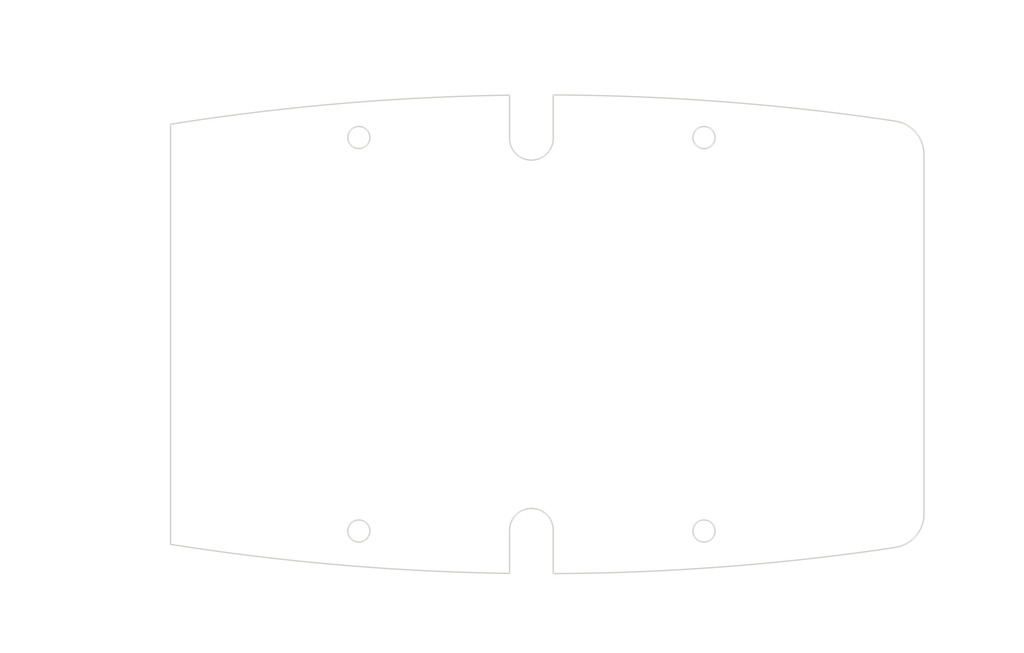
<source format=kicad_pcb>
(kicad_pcb (version 20221018) (generator pcbnew)

  (general
    (thickness 1.6)
  )

  (paper "A4")
  (layers
    (0 "F.Cu" signal)
    (31 "B.Cu" signal)
    (32 "B.Adhes" user "B.Adhesive")
    (33 "F.Adhes" user "F.Adhesive")
    (34 "B.Paste" user)
    (35 "F.Paste" user)
    (36 "B.SilkS" user "B.Silkscreen")
    (37 "F.SilkS" user "F.Silkscreen")
    (38 "B.Mask" user)
    (39 "F.Mask" user)
    (40 "Dwgs.User" user "User.Drawings")
    (41 "Cmts.User" user "User.Comments")
    (42 "Eco1.User" user "User.Eco1")
    (43 "Eco2.User" user "User.Eco2")
    (44 "Edge.Cuts" user)
    (45 "Margin" user)
    (46 "B.CrtYd" user "B.Courtyard")
    (47 "F.CrtYd" user "F.Courtyard")
    (48 "B.Fab" user)
    (49 "F.Fab" user)
  )

  (setup
    (pad_to_mask_clearance 0.051)
    (solder_mask_min_width 0.25)
    (pcbplotparams
      (layerselection 0x00010fc_ffffffff)
      (plot_on_all_layers_selection 0x0000000_00000000)
      (disableapertmacros false)
      (usegerberextensions false)
      (usegerberattributes false)
      (usegerberadvancedattributes false)
      (creategerberjobfile false)
      (dashed_line_dash_ratio 12.000000)
      (dashed_line_gap_ratio 3.000000)
      (svgprecision 4)
      (plotframeref false)
      (viasonmask false)
      (mode 1)
      (useauxorigin false)
      (hpglpennumber 1)
      (hpglpenspeed 20)
      (hpglpendiameter 15.000000)
      (dxfpolygonmode true)
      (dxfimperialunits true)
      (dxfusepcbnewfont true)
      (psnegative false)
      (psa4output false)
      (plotreference true)
      (plotvalue true)
      (plotinvisibletext false)
      (sketchpadsonfab false)
      (subtractmaskfromsilk false)
      (outputformat 1)
      (mirror false)
      (drillshape 1)
      (scaleselection 1)
      (outputdirectory "")
    )
  )

  (net 0 "")

  (gr_line (start 117.558137 121.924812) (end 117.558137 138.56033)
    (stroke (width 0.2) (type solid)) (layer "Dwgs.User") (tstamp 0d4d5bf7-6386-4509-ad2f-1fa4a91c61b4))
  (gr_line (start 145.054195 58.091413) (end 140.62389 58.091413)
    (stroke (width 0.2) (type solid)) (layer "Dwgs.User") (tstamp 11457fdd-f088-4a3c-9e6e-9e7fb9a46e70))
  (gr_line (start 142.740556 66.197476) (end 142.740556 64.961209)
    (stroke (width 0.2) (type solid)) (layer "Dwgs.User") (tstamp 165a242e-0e6b-45d1-ab6b-5f4c50c272e0))
  (gr_line (start 167.498137 121.258145) (end 167.618137 121.258145)
    (stroke (width 0.2) (type solid)) (layer "Dwgs.User") (tstamp 2848be46-0cb0-42b5-8a62-6e4d1bfe49b9))
  (gr_line (start 169.491471 64.261186) (end 165.624804 64.261186)
    (stroke (width 0.2) (type solid)) (layer "Dwgs.User") (tstamp 2e683462-3687-4e18-81ce-3e22f9e4327b))
  (gr_line (start 200.085121 66.696302) (end 208.201788 66.696302)
    (stroke (width 0.2) (type solid)) (layer "Dwgs.User") (tstamp 30d6a09b-05d3-40d4-9ed3-0915860c25c3))
  (gr_line (start 116.891471 121.258145) (end 76.19755 121.258145)
    (stroke (width 0.2) (type solid)) (layer "Dwgs.User") (tstamp 316ef845-41c4-46f4-baa3-fd538b9d0257))
  (gr_line (start 68.735022 63.664435) (end 68.735022 90.157755)
    (stroke (width 0.2) (type solid)) (layer "Dwgs.User") (tstamp 348fa328-33d4-4912-8106-9cad3bda49f3))
  (gr_line (start 167.558137 62.327853) (end 167.558137 66.194519)
    (stroke (width 0.2) (type solid)) (layer "Dwgs.User") (tstamp 360f158b-76d5-48fd-8af8-5f9e6beb0f6c))
  (gr_line (start 167.558137 121.924812) (end 167.558137 138.56033)
    (stroke (width 0.2) (type solid)) (layer "Dwgs.User") (tstamp 3635856a-ae79-4d09-95ba-2b059b414295))
  (gr_line (start 90.280439 123.854896) (end 90.280439 138.56033)
    (stroke (width 0.2) (type solid)) (layer "Dwgs.User") (tstamp 36575bd4-cad0-4cc3-9bf2-68806fbe6f4c))
  (gr_line (start 139.395413 57.455773) (end 139.395413 52.526532)
    (stroke (width 0.2) (type solid)) (layer "Dwgs.User") (tstamp 3f9da3ca-7630-497b-8f98-b3d25a55c0a6))
  (gr_line (start 206.085121 68.029635) (end 206.085121 90.157301)
    (stroke (width 0.2) (type solid)) (layer "Dwgs.User") (tstamp 430e31c2-f082-4917-8bd6-0bd70d3e3581))
  (gr_line (start 80.549549 119.924812) (end 80.549549 115.522982)
    (stroke (width 0.2) (type solid)) (layer "Dwgs.User") (tstamp 438eea87-7f82-4704-a4d0-bd01f95ccb41))
  (gr_line (start 116.224804 136.443663) (end 107.001053 136.443663)
    (stroke (width 0.2) (type solid)) (layer "Dwgs.User") (tstamp 4d1f8cc4-7213-464f-9e84-7021439bc013))
  (gr_line (start 187.514261 130.294472) (end 186.12927 130.294472)
    (stroke (width 0.2) (type solid)) (layer "Dwgs.User") (tstamp 4f6cba4c-45fb-4f04-acf0-510bdbf0a2f1))
  (gr_line (start 206.995304 135.069132) (end 205.661971 135.069132)
    (stroke (width 0.2) (type solid)) (layer "Dwgs.User") (tstamp 5f6f102b-13d3-4dd2-b4cb-ebfdbeab0b8f))
  (gr_line (start 91.613772 46.62274) (end 141.253812 46.62274)
    (stroke (width 0.2) (type solid)) (layer "Dwgs.User") (tstamp 602d71de-ded6-4272-a4c7-834f551e05f5))
  (gr_line (start 169.491471 121.258145) (end 165.624804 121.258145)
    (stroke (width 0.2) (type solid)) (layer "Dwgs.User") (tstamp 627daef5-1be5-4839-b682-f7fadedccdf6))
  (gr_line (start 68.735022 121.854896) (end 68.735022 95.361575)
    (stroke (width 0.2) (type solid)) (layer "Dwgs.User") (tstamp 630ee68f-f128-4b89-8015-f39345c97944))
  (gr_line (start 80.549549 124.521563) (end 80.549549 125.854896)
    (stroke (width 0.2) (type solid)) (layer "Dwgs.User") (tstamp 6595a602-74c2-44d2-b08c-664ad20ab7a7))
  (gr_line (start 78.314217 119.924812) (end 78.314217 95.361575)
    (stroke (width 0.2) (type solid)) (layer "Dwgs.User") (tstamp 6986cc2e-6ccf-4c2f-aae6-465d8cd34f49))
  (gr_line (start 199.418454 66.029635) (end 199.418454 44.506073)
    (stroke (width 0.2) (type solid)) (layer "Dwgs.User") (tstamp 6de2a79e-7127-4d85-8972-d93489cfc68b))
  (gr_line (start 117.558137 119.324812) (end 117.558137 123.191478)
    (stroke (width 0.2) (type solid)) (layer "Dwgs.User") (tstamp 6f3374c0-cffa-4d07-9af9-7c201c4fb769))
  (gr_line (start 205.661971 135.069132) (end 198.053036 123.936442)
    (stroke (width 0.2) (type solid)) (layer "Dwgs.User") (tstamp 794b0e94-96b1-4973-bf4d-0cf52d2aadc3))
  (gr_line (start 166.224804 136.443663) (end 145.636264 136.443663)
    (stroke (width 0.2) (type solid)) (layer "Dwgs.User") (tstamp 801d4936-342d-4c8e-b799-552e2d6c3d27))
  (gr_line (start 89.613772 123.188229) (end 66.618356 123.188229)
    (stroke (width 0.2) (type solid)) (layer "Dwgs.User") (tstamp 812414cd-950f-4669-b534-721743079546))
  (gr_line (start 90.280439 61.664435) (end 90.280439 44.506073)
    (stroke (width 0.2) (type solid)) (layer "Dwgs.User") (tstamp 83c90eac-1e10-4cbd-a7c8-0a0df249f529))
  (gr_line (start 145.720862 54.643198) (end 148.255214 54.643198)
    (stroke (width 0.2) (type solid)) (layer "Dwgs.User") (tstamp 851457eb-4414-4192-9a26-28f7ded9a8ad))
  (gr_line (start 89.613772 123.188229) (end 78.432882 123.188229)
    (stroke (width 0.2) (type solid)) (layer "Dwgs.User") (tstamp 8583b977-774c-406b-b77f-48973573e7b8))
  (gr_line (start 142.740556 59.424747) (end 142.740556 59.75739)
    (stroke (width 0.2) (type solid)) (layer "Dwgs.User") (tstamp 87280684-c4dd-4f12-81b3-d92e57ab5e94))
  (gr_line (start 206.085121 117.489696) (end 206.085121 95.36203)
    (stroke (width 0.2) (type solid)) (layer "Dwgs.User") (tstamp 87bccd63-ec43-4514-b8f2-2e7bf6c15c76))
  (gr_line (start 91.613772 136.443663) (end 100.837524 136.443663)
    (stroke (width 0.2) (type solid)) (layer "Dwgs.User") (tstamp 9c3ca81f-f3df-4c77-81dc-094914bb9f0e))
  (gr_line (start 198.085121 46.62274) (end 148.445081 46.62274)
    (stroke (width 0.2) (type solid)) (layer "Dwgs.User") (tstamp a1114f3a-15e8-4861-a1c9-e2449b0acb30))
  (gr_line (start 89.613772 62.331102) (end 66.618356 62.331102)
    (stroke (width 0.2) (type solid)) (layer "Dwgs.User") (tstamp a4fec657-ea62-43d2-8a9c-57d3a6bf9a44))
  (gr_line (start 138.062079 54.643198) (end 117.789631 54.643198)
    (stroke (width 0.2) (type solid)) (layer "Dwgs.User") (tstamp a83a91fa-8987-4fde-b568-30f1edf376b0))
  (gr_line (start 145.720862 57.424747) (end 145.720862 52.526532)
    (stroke (width 0.2) (type solid)) (layer "Dwgs.User") (tstamp b6a92cea-5802-4e14-80e3-375e8622e9dc))
  (gr_line (start 117.558137 62.327853) (end 117.558137 66.194519)
    (stroke (width 0.2) (type solid)) (layer "Dwgs.User") (tstamp b799a414-236d-4327-bb83-894a94ccf88c))
  (gr_line (start 116.891471 64.261186) (end 76.19755 64.261186)
    (stroke (width 0.2) (type solid)) (layer "Dwgs.User") (tstamp b959a8d8-498f-42ed-af05-9ac98cc9280d))
  (gr_line (start 119.491471 121.258145) (end 115.624804 121.258145)
    (stroke (width 0.2) (type solid)) (layer "Dwgs.User") (tstamp bd246246-bc04-493d-b85d-33e2ebc48fdb))
  (gr_line (start 167.558137 119.324812) (end 167.558137 123.191478)
    (stroke (width 0.2) (type solid)) (layer "Dwgs.User") (tstamp c0bec474-453e-4360-8aed-57ceed21b490))
  (gr_line (start 78.314217 65.594519) (end 78.314217 90.157755)
    (stroke (width 0.2) (type solid)) (layer "Dwgs.User") (tstamp c3e610f5-378c-4e94-8c43-1ab98a59e79c))
  (gr_line (start 167.558137 121.318145) (end 167.558137 121.198145)
    (stroke (width 0.2) (type solid)) (layer "Dwgs.User") (tstamp d0a6dcf1-3bf9-49b0-a2b1-89517ac49c17))
  (gr_line (start 140.728746 54.643198) (end 144.387529 54.643198)
    (stroke (width 0.2) (type solid)) (layer "Dwgs.User") (tstamp d0fe73fd-5fe5-4c1f-8cc5-30d0aedfbc44))
  (gr_line (start 119.491471 64.261186) (end 115.624804 64.261186)
    (stroke (width 0.2) (type solid)) (layer "Dwgs.User") (tstamp d3a5e774-f319-4757-8c19-a209a6d2aadc))
  (gr_line (start 118.891471 136.443663) (end 139.480011 136.443663)
    (stroke (width 0.2) (type solid)) (layer "Dwgs.User") (tstamp db3dd674-fdc9-4754-b0d8-27b4ce006b34))
  (gr_line (start 80.549549 115.522982) (end 81.882882 115.522982)
    (stroke (width 0.2) (type solid)) (layer "Dwgs.User") (tstamp ddd3383f-1698-4510-b34f-25616ee034d5))
  (gr_line (start 139.395413 57.455773) (end 139.395413 52.526532)
    (stroke (width 0.2) (type solid)) (layer "Dwgs.User") (tstamp e09db2a2-621e-44fd-b165-0b5ef14a1dd8))
  (gr_line (start 90.280439 61.664435) (end 90.280439 52.526532)
    (stroke (width 0.2) (type solid)) (layer "Dwgs.User") (tstamp e3fdebaf-ceee-4d14-9416-a01f27a1cdc5))
  (gr_line (start 91.613772 54.643198) (end 111.886221 54.643198)
    (stroke (width 0.2) (type solid)) (layer "Dwgs.User") (tstamp e6a6ce4b-e744-48f7-9db9-4efc7375b31d))
  (gr_line (start 117.558137 121.924812) (end 117.558137 138.56033)
    (stroke (width 0.2) (type solid)) (layer "Dwgs.User") (tstamp e81a1e3a-57a1-4120-93fa-9a1cb24ae581))
  (gr_line (start 116.891471 121.258145) (end 78.432882 121.258145)
    (stroke (width 0.2) (type solid)) (layer "Dwgs.User") (tstamp ea1d87f4-2551-4c98-b7ff-b13c91a394b3))
  (gr_line (start 186.12927 130.294472) (end 185.647102 126.284562)
    (stroke (width 0.2) (type solid)) (layer "Dwgs.User") (tstamp f9db093f-009b-4af7-b20f-2b464d65b44a))
  (gr_line (start 200.085121 118.823029) (end 208.201788 118.823029)
    (stroke (width 0.2) (type solid)) (layer "Dwgs.User") (tstamp fb1c1ed7-7ac2-45e5-9ad7-a2eb6f9daacc))
  (gr_line (start 194.459791 123.762494) (end 195.334585 123.620926)
    (stroke (width 0.2) (type solid)) (layer "Edge.Cuts") (tstamp 04c101bb-96c1-4174-864e-e7d10130a245))
  (gr_arc (start 199.418455 118.823029) (mid 198.25925 121.973339) (end 195.334585 123.620926)
    (stroke (width 0.2) (type solid)) (layer "Edge.Cuts") (tstamp 06ba23af-b2f7-4e72-8d55-7c21d4c533a5))
  (gr_arc (start 145.720863 58.091414) (mid 170.155243 59.060939) (end 194.459791 61.756837)
    (stroke (width 0.2) (type solid)) (layer "Edge.Cuts") (tstamp 17b83f60-1de4-4821-bdf5-c4913efabce3))
  (gr_circle (center 167.558137 64.261186) (end 169.158137 64.261186)
    (stroke (width 0.2) (type solid)) (fill none) (layer "Edge.Cuts") (tstamp 243c40d4-f3d2-4bde-a712-fecf162f57af))
  (gr_arc (start 139.395412 127.396891) (mid 114.762749 126.169872) (end 90.280439 123.188229)
    (stroke (width 0.2) (type solid)) (layer "Edge.Cuts") (tstamp 376765b4-cce9-44b5-8db7-10b5ebb27b38))
  (gr_arc (start 145.720861 64.368085) (mid 142.558137 67.530809) (end 139.395413 64.368085)
    (stroke (width 0.2) (type solid)) (layer "Edge.Cuts") (tstamp 599139f0-cd66-4fed-a659-0104547e64db))
  (gr_line (start 139.395413 127.396891) (end 139.395413 121.151246)
    (stroke (width 0.2) (type solid)) (layer "Edge.Cuts") (tstamp 5b72b0d3-ef3a-4bad-8e18-c88417802600))
  (gr_arc (start 139.395412 121.151246) (mid 142.558137 117.988521) (end 145.720862 121.151246)
    (stroke (width 0.2) (type solid)) (layer "Edge.Cuts") (tstamp 690d478e-43ad-4841-9bad-e0b9e37e7d59))
  (gr_line (start 145.720862 58.091413) (end 145.720862 64.368085)
    (stroke (width 0.2) (type solid)) (layer "Edge.Cuts") (tstamp 7b1b2b9d-e0a8-4bd0-944c-01e8aa267221))
  (gr_line (start 195.334585 61.898405) (end 194.459791 61.756837)
    (stroke (width 0.2) (type solid)) (layer "Edge.Cuts") (tstamp 7d208712-c093-4ee2-be1a-bca7c7bcaa59))
  (gr_line (start 199.418454 118.823029) (end 199.418454 66.696302)
    (stroke (width 0.2) (type solid)) (layer "Edge.Cuts") (tstamp 8cc5e703-91d5-413c-9fcc-b23bfe6fbeb8))
  (gr_arc (start 195.334585 61.898406) (mid 198.259249 63.545993) (end 199.418454 66.696302)
    (stroke (width 0.2) (type solid)) (layer "Edge.Cuts") (tstamp 9df75496-d2a7-4a6c-89ff-0bab01bee0c3))
  (gr_circle (center 117.558137 121.258145) (end 119.158137 121.258145)
    (stroke (width 0.2) (type solid)) (fill none) (layer "Edge.Cuts") (tstamp 9f059f21-004a-4446-9b97-2680a34b208c))
  (gr_arc (start 194.459791 123.762495) (mid 170.155243 126.458394) (end 145.720862 127.427918)
    (stroke (width 0.2) (type solid)) (layer "Edge.Cuts") (tstamp b533c87f-30f9-4b60-abb2-e9bb18661d41))
  (gr_line (start 145.720862 121.151246) (end 145.720862 127.427918)
    (stroke (width 0.2) (type solid)) (layer "Edge.Cuts") (tstamp b5466c91-0dda-440f-88ee-0018c6f5088a))
  (gr_arc (start 90.28044 62.331102) (mid 114.76275 59.349459) (end 139.395413 58.12244)
    (stroke (width 0.2) (type solid)) (layer "Edge.Cuts") (tstamp bdb67191-5129-4b87-aa6f-86b32de7de3a))
  (gr_circle (center 167.558137 121.258145) (end 169.158137 121.258145)
    (stroke (width 0.2) (type solid)) (fill none) (layer "Edge.Cuts") (tstamp c1d0863e-7b27-42a2-90b3-5231be749ed2))
  (gr_line (start 139.395413 64.368085) (end 139.395413 58.12244)
    (stroke (width 0.2) (type solid)) (layer "Edge.Cuts") (tstamp efce642a-72d1-4a42-9b09-923453f6472a))
  (gr_line (start 90.280439 62.331102) (end 90.280439 123.188229)
    (stroke (width 0.2) (type solid)) (layer "Edge.Cuts") (tstamp fccd4713-4100-4476-8b87-5f0d1a93a29a))
  (gr_circle (center 117.558137 64.261186) (end 119.158137 64.261186)
    (stroke (width 0.2) (type solid)) (fill none) (layer "Edge.Cuts") (tstamp fdb296c6-2e50-463b-b162-f653504411b2))
  (gr_text " 57.00" (at 78.314217 91.545568) (layer "Dwgs.User") (tstamp 10e39b8b-b6da-4b79-8958-52313b05ee0b)
    (effects (font (size 1.333333 1.199999) (thickness 0.166666)))
  )
  (gr_text " 49.11" (at 114.837926 53.429101) (layer "Dwgs.User") (tstamp 259ac2f1-d22e-4fc6-99da-d21f3ca46319)
    (effects (font (size 1.333333 1.199999) (thickness 0.166666)))
  )
  (gr_text " R345.40" (at 191.782928 129.07992) (layer "Dwgs.User") (tstamp 3c7decb2-4293-48e9-b16a-a2a30d9e009b)
    (effects (font (size 1.333333 1.199999) (thickness 0.166666)))
  )
  (gr_text "[1.07]" (at 103.919288 137.831476) (layer "Dwgs.User") (tstamp 3e1daa98-66d2-433f-b2db-4e9680db3f41)
    (effects (font (size 1.333333 1.199999) (thickness 0.166666)))
  )
  (gr_text " 1.93" (at 84.445319 114.30843) (layer "Dwgs.User") (tstamp 4fdd0efb-a7f5-4aac-8062-2eab818381f6)
    (effects (font (size 1.333333 1.199999) (thickness 0.166666)))
  )
  (gr_text " 6.33" (at 150.817651 53.428646) (layer "Dwgs.User") (tstamp 532b5350-010c-4bd7-be91-47a7d5c976c0)
    (effects (font (size 1.333333 1.199999) (thickness 0.166666)))
  )
  (gr_text "[.37]" (at 142.740556 63.747112) (layer "Dwgs.User") (tstamp 58e56ad1-74c2-47a4-8864-d1b37414b1c5)
    (effects (font (size 1.333333 1.199999) (thickness 0.166666)))
  )
  (gr_text " 27.28" (at 103.919288 135.229566) (layer "Dwgs.User") (tstamp 5d6ce48c-da57-424a-a4ce-647dadd0e12e)
    (effects (font (size 1.333333 1.199999) (thickness 0.166666)))
  )
  (gr_text " 52.13" (at 206.085121 91.545113) (layer "Dwgs.User") (tstamp 606f83f4-649b-41a3-9ca1-8b5b0f498dca)
    (effects (font (size 1.333333 1.199999) (thickness 0.166666)))
  )
  (gr_text " 109.14" (at 144.849447 45.408643) (layer "Dwgs.User") (tstamp 6dd29032-2d68-4f00-84a6-f423ce522a43)
    (effects (font (size 1.333333 1.199999) (thickness 0.166666)))
  )
  (gr_text "[.08]" (at 84.445319 116.910795) (layer "Dwgs.User") (tstamp 7c036ba9-f1d4-4e1f-aaec-b1dca69015c2)
    (effects (font (size 1.333333 1.199999) (thickness 0.166666)))
  )
  (gr_text "[2.40]" (at 68.735022 94.147478) (layer "Dwgs.User") (tstamp 852a7896-6cca-403f-a5cf-60b9fcb5f3c6)
    (effects (font (size 1.333333 1.199999) (thickness 0.166666)))
  )
  (gr_text " 50.00" (at 142.558137 135.229566) (layer "Dwgs.User") (tstamp 9ff8014a-616d-4d53-b5b1-5f93cec407dc)
    (effects (font (size 1.333333 1.199999) (thickness 0.166666)))
  )
  (gr_text " 60.86" (at 68.735022 91.545568) (layer "Dwgs.User") (tstamp b8c4e00f-b49c-4344-bf17-25cf5c46ce59)
    (effects (font (size 1.333333 1.199999) (thickness 0.166666)))
  )
  (gr_text "[R13.60]" (at 191.782928 131.682285) (layer "Dwgs.User") (tstamp c01e0ad9-f154-41c7-a0e2-632150d8ac8d)
    (effects (font (size 1.333333 1.199999) (thickness 0.166666)))
  )
  (gr_text " R4.86\n[R0.19]" (at 210.407673 135.069132) (layer "Dwgs.User") (tstamp c72cc1b8-589c-447d-a97d-2e0e3a27bc9f)
    (effects (font (size 1.333333 1.199999) (thickness 0.166666)))
  )
  (gr_text "[4.30]" (at 144.849447 48.010553) (layer "Dwgs.User") (tstamp c99c92a7-6f94-4a83-b9fb-e7c676bb0b51)
    (effects (font (size 1.333333 1.199999) (thickness 0.166666)))
  )
  (gr_text "[2.05]" (at 206.085121 94.147478) (layer "Dwgs.User") (tstamp c9ee2b46-bc20-45df-b42e-8a352adbedd9)
    (effects (font (size 1.333333 1.199999) (thickness 0.166666)))
  )
  (gr_text "[2.24]" (at 78.314217 94.147478) (layer "Dwgs.User") (tstamp cba96d93-2cf1-4aaa-a30e-558c561f4946)
    (effects (font (size 1.333333 1.199999) (thickness 0.166666)))
  )
  (gr_text " 9.44" (at 142.740556 61.145202) (layer "Dwgs.User") (tstamp d2ac1f14-9e47-4a27-8a24-efa7748048a8)
    (effects (font (size 1.333333 1.199999) (thickness 0.166666)))
  )
  (gr_text "[1.93]" (at 114.837926 56.031011) (layer "Dwgs.User") (tstamp e7ce1b43-8389-48b2-aad8-8ff45f00fbb1)
    (effects (font (size 1.333333 1.199999) (thickness 0.166666)))
  )
  (gr_text "[.25]" (at 150.817651 56.031011) (layer "Dwgs.User") (tstamp f22fcfe1-25b0-42b0-9f5d-4a402237fbe1)
    (effects (font (size 1.333333 1.199999) (thickness 0.166666)))
  )
  (gr_text "[1.97]" (at 142.558137 137.831476) (layer "Dwgs.User") (tstamp f641b470-efaa-4970-85da-f554b54da3ab)
    (effects (font (size 1.333333 1.199999) (thickness 0.166666)))
  )

)

</source>
